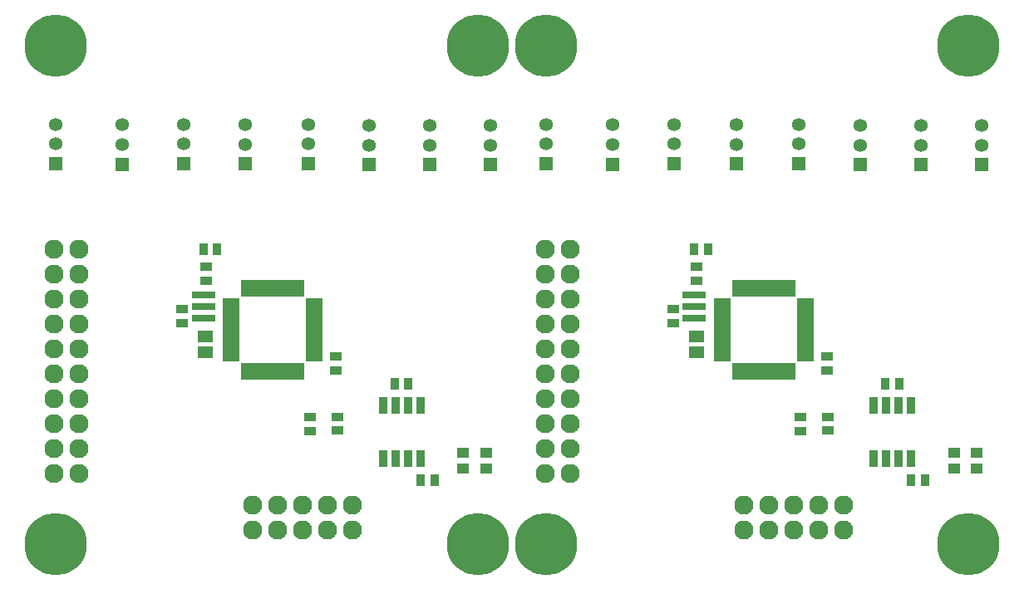
<source format=gts>
G04 EasyPC Gerber Version 21.0.3 Build 4286 *
G04 #@! TF.Part,Single*
G04 #@! TF.FileFunction,Soldermask,Top *
G04 #@! TF.FilePolarity,Negative *
%FSLAX45Y45*%
%MOIN*%
G04 #@! TA.AperFunction,SMDPad*
%ADD81R,0.03362X0.06807*%
%ADD11R,0.03559X0.04937*%
%ADD79R,0.03559X0.06906*%
G04 #@! TA.AperFunction,ComponentPad*
%ADD85R,0.05331X0.05331*%
%ADD86C,0.05331*%
%ADD12C,0.07693*%
G04 #@! TA.AperFunction,WasherPad*
%ADD10C,0.25016*%
G04 #@! TA.AperFunction,SMDPad*
%ADD84R,0.09268X0.02575*%
%ADD80R,0.06807X0.03362*%
%ADD16R,0.04937X0.03559*%
%ADD82R,0.04740X0.04346*%
%ADD83R,0.06472X0.04583*%
X0Y0D02*
D02*
D10*
X15652Y35967D03*
Y235967D03*
X184943Y35967D03*
Y235967D03*
X212502Y35967D03*
Y235967D03*
X381794Y35967D03*
Y235967D03*
D02*
D11*
X74951Y154104D03*
X80502D03*
X151632Y100064D03*
X157183D03*
X161991Y61625D03*
X167542D03*
X271802Y154104D03*
X277353D03*
X348483Y100064D03*
X354034D03*
X358841Y61625D03*
X364393D03*
D02*
D12*
X15094Y64175D03*
Y74175D03*
Y84175D03*
Y94175D03*
Y104175D03*
Y114175D03*
Y124175D03*
Y134175D03*
Y144175D03*
Y154175D03*
X25094Y64175D03*
Y74175D03*
Y84175D03*
Y94175D03*
Y104175D03*
Y114175D03*
Y124175D03*
Y134175D03*
Y144175D03*
Y154175D03*
X94763Y41353D03*
Y51353D03*
X104763Y41353D03*
Y51353D03*
X114763Y41353D03*
Y51353D03*
X124763Y41353D03*
Y51353D03*
X134763Y41353D03*
Y51353D03*
X211944Y64175D03*
Y74175D03*
Y84175D03*
Y94175D03*
Y104175D03*
Y114175D03*
Y124175D03*
Y134175D03*
Y144175D03*
Y154175D03*
X221944Y64175D03*
Y74175D03*
Y84175D03*
Y94175D03*
Y104175D03*
Y114175D03*
Y124175D03*
Y134175D03*
Y144175D03*
Y154175D03*
X291613Y41353D03*
Y51353D03*
X301613Y41353D03*
Y51353D03*
X311613Y41353D03*
Y51353D03*
X321613Y41353D03*
Y51353D03*
X331613Y41353D03*
Y51353D03*
D02*
D16*
X66396Y124470D03*
Y130021D03*
X76006Y141495D03*
Y147046D03*
X117565Y81215D03*
Y86766D03*
X128048Y105552D03*
Y111103D03*
X128672Y81340D03*
Y86891D03*
X263246Y124470D03*
Y130021D03*
X272856Y141495D03*
Y147046D03*
X314415Y81215D03*
Y86766D03*
X324899Y105552D03*
Y111103D03*
X325523Y81340D03*
Y86891D03*
D02*
D79*
X147007Y70090D03*
Y91350D03*
X152007Y70090D03*
Y91350D03*
X157007Y70090D03*
Y91350D03*
X162007Y70090D03*
Y91350D03*
X343857Y70090D03*
Y91350D03*
X348857Y70090D03*
Y91350D03*
X353857Y70090D03*
Y91350D03*
X358857Y70090D03*
Y91350D03*
D02*
D80*
X86028Y110756D03*
Y113906D03*
Y117056D03*
Y120205D03*
Y123355D03*
Y126504D03*
Y129654D03*
Y132804D03*
X119398Y110756D03*
Y113906D03*
Y117056D03*
Y120205D03*
Y123355D03*
Y126504D03*
Y129654D03*
Y132804D03*
X282879Y110756D03*
Y113906D03*
Y117056D03*
Y120205D03*
Y123355D03*
Y126504D03*
Y129654D03*
Y132804D03*
X316249Y110756D03*
Y113906D03*
Y117056D03*
Y120205D03*
Y123355D03*
Y126504D03*
Y129654D03*
Y132804D03*
D02*
D81*
X91690Y105095D03*
Y138465D03*
X94839Y105095D03*
Y138465D03*
X97989Y105095D03*
Y138465D03*
X101139Y105095D03*
Y138465D03*
X104288Y105095D03*
Y138465D03*
X107438Y105095D03*
Y138465D03*
X110587Y105095D03*
Y138465D03*
X113737Y105095D03*
Y138465D03*
X288540Y105095D03*
Y138465D03*
X291690Y105095D03*
Y138465D03*
X294839Y105095D03*
Y138465D03*
X297989Y105095D03*
Y138465D03*
X301139Y105095D03*
Y138465D03*
X304288Y105095D03*
Y138465D03*
X307438Y105095D03*
Y138465D03*
X310587Y105095D03*
Y138465D03*
D02*
D82*
X179093Y66088D03*
Y72387D03*
X188204Y66088D03*
Y72387D03*
X375943Y66088D03*
Y72387D03*
X385054Y66088D03*
Y72387D03*
D02*
D83*
X75756Y112811D03*
Y119267D03*
X272606Y112811D03*
Y119267D03*
D02*
D84*
X75007Y126416D03*
Y131140D03*
Y135865D03*
X271857Y126416D03*
Y131140D03*
Y135865D03*
D02*
D85*
X15601Y188550D03*
X42309Y188300D03*
X66895Y188550D03*
X91856Y188425D03*
X116941Y188550D03*
X141402Y188050D03*
X165739D03*
X190076D03*
X212451Y188550D03*
X239159Y188300D03*
X263745Y188550D03*
X288706Y188425D03*
X313791Y188550D03*
X338253Y188050D03*
X362589D03*
X386926D03*
D02*
D86*
X15601Y196424D03*
Y204298D03*
X42309Y196174D03*
Y204048D03*
X66895Y196424D03*
Y204298D03*
X91856Y196299D03*
Y204173D03*
X116941Y196424D03*
Y204298D03*
X141402Y195924D03*
Y203798D03*
X165739Y195924D03*
Y203798D03*
X190076Y195924D03*
Y203798D03*
X212451Y196424D03*
Y204298D03*
X239159Y196174D03*
Y204048D03*
X263745Y196424D03*
Y204298D03*
X288706Y196299D03*
Y204173D03*
X313791Y196424D03*
Y204298D03*
X338253Y195924D03*
Y203798D03*
X362589Y195924D03*
Y203798D03*
X386926Y195924D03*
Y203798D03*
X0Y0D02*
M02*

</source>
